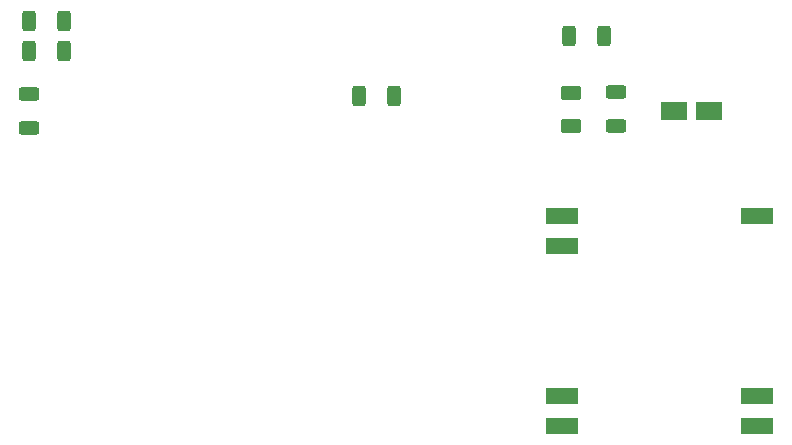
<source format=gtp>
%TF.GenerationSoftware,KiCad,Pcbnew,6.0.8-1.fc36*%
%TF.CreationDate,2022-11-05T02:50:58+01:00*%
%TF.ProjectId,recruiting,72656372-7569-4746-996e-672e6b696361,V0*%
%TF.SameCoordinates,Original*%
%TF.FileFunction,Paste,Top*%
%TF.FilePolarity,Positive*%
%FSLAX46Y46*%
G04 Gerber Fmt 4.6, Leading zero omitted, Abs format (unit mm)*
G04 Created by KiCad (PCBNEW 6.0.8-1.fc36) date 2022-11-05 02:50:58*
%MOMM*%
%LPD*%
G01*
G04 APERTURE LIST*
G04 Aperture macros list*
%AMRoundRect*
0 Rectangle with rounded corners*
0 $1 Rounding radius*
0 $2 $3 $4 $5 $6 $7 $8 $9 X,Y pos of 4 corners*
0 Add a 4 corners polygon primitive as box body*
4,1,4,$2,$3,$4,$5,$6,$7,$8,$9,$2,$3,0*
0 Add four circle primitives for the rounded corners*
1,1,$1+$1,$2,$3*
1,1,$1+$1,$4,$5*
1,1,$1+$1,$6,$7*
1,1,$1+$1,$8,$9*
0 Add four rect primitives between the rounded corners*
20,1,$1+$1,$2,$3,$4,$5,0*
20,1,$1+$1,$4,$5,$6,$7,0*
20,1,$1+$1,$6,$7,$8,$9,0*
20,1,$1+$1,$8,$9,$2,$3,0*%
G04 Aperture macros list end*
%ADD10R,2.800000X1.400000*%
%ADD11RoundRect,0.250000X-0.312500X-0.625000X0.312500X-0.625000X0.312500X0.625000X-0.312500X0.625000X0*%
%ADD12RoundRect,0.250000X-0.625000X0.312500X-0.625000X-0.312500X0.625000X-0.312500X0.625000X0.312500X0*%
%ADD13RoundRect,0.250000X-0.625000X0.375000X-0.625000X-0.375000X0.625000X-0.375000X0.625000X0.375000X0*%
%ADD14R,2.200000X1.600000*%
G04 APERTURE END LIST*
D10*
%TO.C,U1*%
X175890000Y-85090000D03*
X175890000Y-100330000D03*
X175890000Y-102870000D03*
X159390000Y-102870000D03*
X159390000Y-100330000D03*
X159390000Y-87630000D03*
X159390000Y-85090000D03*
%TD*%
D11*
%TO.C,R6*%
X160020000Y-69850000D03*
X162945000Y-69850000D03*
%TD*%
%TO.C,R5*%
X114300000Y-68580000D03*
X117225000Y-68580000D03*
%TD*%
D12*
%TO.C,R4*%
X114300000Y-74737500D03*
X114300000Y-77662500D03*
%TD*%
D11*
%TO.C,R3*%
X142240000Y-74930000D03*
X145165000Y-74930000D03*
%TD*%
%TO.C,R2*%
X114300000Y-71120000D03*
X117225000Y-71120000D03*
%TD*%
D12*
%TO.C,R1*%
X164022500Y-74545000D03*
X164022500Y-77470000D03*
%TD*%
D13*
%TO.C,D1*%
X160212500Y-74670000D03*
X160212500Y-77470000D03*
%TD*%
D14*
%TO.C,C1*%
X171872500Y-76200000D03*
X168872500Y-76200000D03*
%TD*%
M02*

</source>
